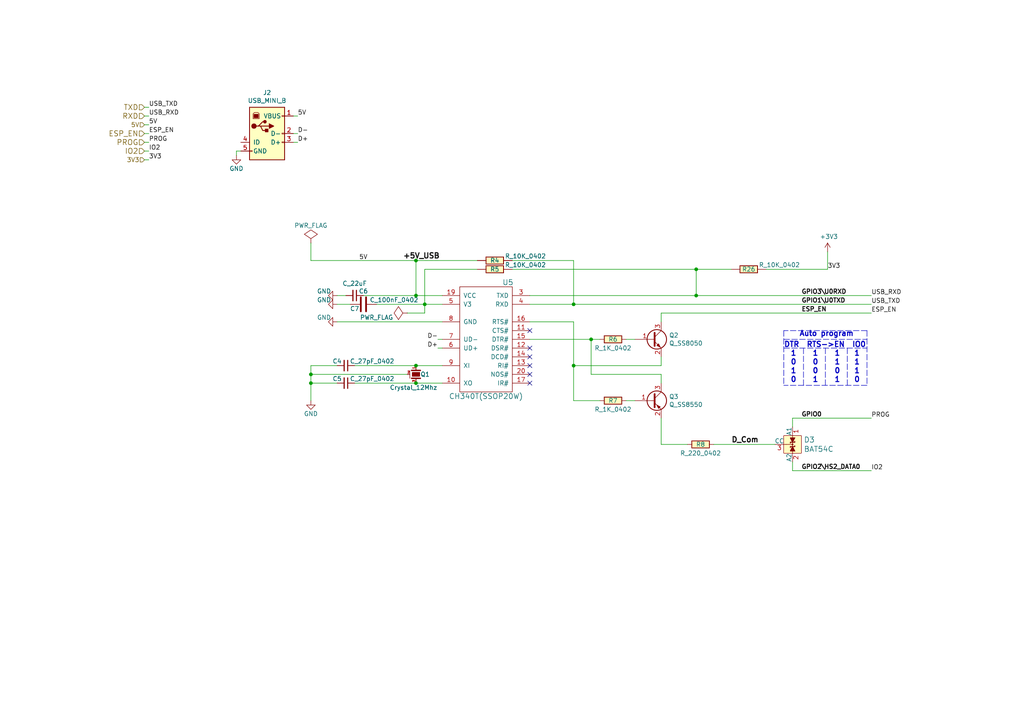
<source format=kicad_sch>
(kicad_sch (version 20211123) (generator eeschema)
  (paper "A4")
  (lib_symbols
    (symbol "C_27pF_0402_1" (pin_numbers hide) (pin_names (offset 0.254) hide)
      (property "Reference" "C" (at 0.254 1.778 0))
      (property "Value" "C_27pF_0402_1" (at 0.254 -2.032 0))
      (symbol "C_27pF_0402_1_0_1"
        (polyline (pts (xy -1.524 -0.508) (xy 1.524 -0.508)) (stroke (width 0.3302)))
        (polyline (pts (xy -1.524 0.508) (xy 1.524 0.508)) (stroke (width 0.3048)))
      )
      (symbol "C_27pF_0402_1_1_1"
        (pin passive line (at 0 2.54 270) (length 1.905) (name "~") (number "1"))
        (pin passive line (at 0 -2.54 90) (length 2.032) (name "~") (number "2"))
      )
    )
    (symbol "ESP32-PoE_Rev_E:+3.3V" (power) (pin_names (offset 0))
      (property "Value" "+3.3V" (at 0 3.556 0))
      (symbol "+3.3V_0_1"
        (polyline (pts (xy -0.762 1.27) (xy 0 2.54)))
        (polyline (pts (xy 0 0) (xy 0 2.54)))
        (polyline (pts (xy 0 2.54) (xy 0.762 1.27)))
      )
      (symbol "+3.3V_1_1"
        (pin power_in line (at 0 0 90) (length 0) hide (name "+3V3") (number "1"))
      )
    )
    (symbol "ESP32-PoE_Rev_E:PWR_FLAG" (power) (pin_numbers hide) (pin_names (offset 0) hide)
      (property "Value" "PWR_FLAG" (at 0 4.572 0))
      (symbol "PWR_FLAG_0_0"
        (pin power_out line (at 0 0 90) (length 0) (name "pwr") (number "1"))
      )
      (symbol "PWR_FLAG_0_1"
        (polyline (pts (xy 0 0) (xy 0 1.27) (xy -1.905 2.54) (xy 0 3.81) (xy 1.905 2.54) (xy 0 1.27)))
      )
    )
    (symbol "Open_Automation:BAT54C" (pin_names (offset 0))
      (property "Reference" "D" (at 0 6.35 0))
      (property "Value" "BAT54C" (at 0 3.81 0))
      (symbol "BAT54C_0_1"
        (polyline (pts (xy -2.54 0) (xy 2.54 0)))
        (polyline (pts (xy -0.889 0.635) (xy -0.635 0.635)) (stroke (width 0.254)))
        (polyline (pts (xy -0.635 -0.635) (xy -0.381 -0.635)) (stroke (width 0.254)))
        (polyline (pts (xy -0.635 0.635) (xy -0.635 -0.635)) (stroke (width 0.254)))
        (polyline (pts (xy 0 -1.905) (xy 0 -2.54)))
        (polyline (pts (xy 0 0) (xy 0 -1.905)))
        (polyline (pts (xy 0.381 0.635) (xy 0.635 0.635)) (stroke (width 0.254)))
        (polyline (pts (xy 0.635 -0.635) (xy 0.889 -0.635)) (stroke (width 0.254)))
        (polyline (pts (xy 0.635 0.635) (xy 0.635 -0.635)) (stroke (width 0.254)))
        (polyline (pts (xy -1.905 0.635) (xy -1.905 -0.635) (xy -0.635 0) (xy -1.905 0.635)) (stroke (width 0.254)) (fill (type outline)))
        (polyline (pts (xy 1.905 0.635) (xy 1.905 -0.635) (xy 0.635 0) (xy 1.905 0.635)) (stroke (width 0.254)) (fill (type outline)))
        (polyline (pts (xy -2.54 2.54) (xy 2.54 2.54) (xy 2.54 -2.54) (xy -2.54 -2.54) (xy -2.54 2.54)) (fill (type background)))
        (circle (center 0 0) (radius 0.127) (stroke (width 0.254)))
      )
      (symbol "BAT54C_1_1"
        (pin passive line (at -5.08 0 0) (length 2.54) (name "A1") (number "1"))
        (pin passive line (at 5.08 0 180) (length 2.54) (name "A2") (number "2"))
        (pin passive line (at 0 -5.08 90) (length 2.54) (name "CC") (number "3"))
      )
    )
    (symbol "Open_Automation:CH340T(SSOP20W)" (pin_names (offset 1.016))
      (property "Reference" "U" (at -5.08 -16.51 0))
      (property "Value" "Open_Automation_CH340T(SSOP20W)" (at 0 16.51 0))
      (symbol "CH340T(SSOP20W)_0_1"
        (rectangle (start -7.62 15.24) (end 7.62 -15.24))
      )
      (symbol "CH340T(SSOP20W)_1_1"
        (pin output line (at -12.7 -12.7 0) (length 5.08) (name "XO") (number "10"))
        (pin input line (at 12.7 2.54 180) (length 5.08) (name "CTS#") (number "11"))
        (pin input line (at 12.7 -2.54 180) (length 5.08) (name "DSR#") (number "12"))
        (pin input line (at 12.7 -7.62 180) (length 5.08) (name "RI#") (number "13"))
        (pin input line (at 12.7 -5.08 180) (length 5.08) (name "DCD#") (number "14"))
        (pin output line (at 12.7 0 180) (length 5.08) (name "DTR#") (number "15"))
        (pin output line (at 12.7 5.08 180) (length 5.08) (name "RTS#") (number "16"))
        (pin input line (at 12.7 -12.7 180) (length 5.08) (name "IR#") (number "17"))
        (pin power_in line (at -12.7 12.7 0) (length 5.08) (name "VCC") (number "19"))
        (pin input line (at 12.7 -10.16 180) (length 5.08) (name "NOS#") (number "20"))
        (pin output line (at 12.7 12.7 180) (length 5.08) (name "TXD") (number "3"))
        (pin input line (at 12.7 10.16 180) (length 5.08) (name "RXD") (number "4"))
        (pin power_in line (at -12.7 10.16 0) (length 5.08) (name "V3") (number "5"))
        (pin bidirectional line (at -12.7 -2.54 0) (length 5.08) (name "UD+") (number "6"))
        (pin bidirectional line (at -12.7 0 0) (length 5.08) (name "UD-") (number "7"))
        (pin power_in line (at -12.7 5.08 0) (length 5.08) (name "GND") (number "8"))
        (pin input line (at -12.7 -7.62 0) (length 5.08) (name "XI") (number "9"))
      )
    )
    (symbol "Open_Automation:C_100nF_0402" (pin_numbers hide) (pin_names (offset 0.254))
      (property "Reference" "C" (at 0.635 2.54 0))
      (property "Value" "Open_Automation_C_100nF_0402" (at -5.715 -2.54 0))
      (symbol "C_100nF_0402_0_1"
        (polyline (pts (xy -2.032 -0.762) (xy 2.032 -0.762)) (stroke (width 0.508)))
        (polyline (pts (xy -2.032 0.762) (xy 2.032 0.762)) (stroke (width 0.508)))
      )
      (symbol "C_100nF_0402_1_1"
        (pin passive line (at 0 3.81 270) (length 2.794) (name "~") (number "1"))
        (pin passive line (at 0 -3.81 90) (length 2.794) (name "~") (number "2"))
      )
    )
    (symbol "Open_Automation:C_22uF" (pin_numbers hide) (pin_names (offset 0.254) hide)
      (property "Reference" "C" (at 0.254 1.778 0))
      (property "Value" "Open_Automation_C_22uF" (at 0.254 -2.032 0))
      (symbol "C_22uF_0_1"
        (polyline (pts (xy -1.524 -0.508) (xy 1.524 -0.508)) (stroke (width 0.3302)))
        (polyline (pts (xy -1.524 0.508) (xy 1.524 0.508)) (stroke (width 0.3048)))
      )
      (symbol "C_22uF_1_1"
        (pin passive line (at 0 2.54 270) (length 1.905) (name "~") (number "1"))
        (pin passive line (at 0 -2.54 90) (length 2.032) (name "~") (number "2"))
      )
    )
    (symbol "Open_Automation:C_27pF_0402" (pin_numbers hide) (pin_names (offset 0.254) hide)
      (property "Reference" "C" (at 0.254 1.778 0))
      (property "Value" "Open_Automation_C_27pF_0402" (at 0.254 -2.032 0))
      (symbol "C_27pF_0402_0_1"
        (polyline (pts (xy -1.524 -0.508) (xy 1.524 -0.508)) (stroke (width 0.3302)))
        (polyline (pts (xy -1.524 0.508) (xy 1.524 0.508)) (stroke (width 0.3048)))
      )
      (symbol "C_27pF_0402_1_1"
        (pin passive line (at 0 2.54 270) (length 1.905) (name "~") (number "1"))
        (pin passive line (at 0 -2.54 90) (length 2.032) (name "~") (number "2"))
      )
    )
    (symbol "Open_Automation:Crystal_12Mhz" (pin_names (offset 1.016) hide)
      (property "Reference" "Q" (at 0 2.286 0))
      (property "Value" "Open_Automation_Crystal_12Mhz" (at 7.62 -3.81 0))
      (symbol "Crystal_12Mhz_0_1"
        (polyline (pts (xy -1.143 -1.778) (xy 1.143 -1.778)))
        (polyline (pts (xy -1.143 1.27) (xy -1.143 -1.27)) (stroke (width 0.4064)))
        (polyline (pts (xy 1.143 1.27) (xy 1.143 -1.27)) (stroke (width 0.4064)))
        (polyline (pts (xy -0.508 1.016) (xy 0.508 1.016) (xy 0.508 -1.016) (xy -0.508 -1.016) (xy -0.508 1.016)) (stroke (width 0.3048)) (fill (type outline)))
      )
      (symbol "Crystal_12Mhz_1_1"
        (pin passive line (at -2.54 0 0) (length 1.27) (name "1") (number "1"))
        (pin passive line (at 0 -2.54 90) (length 0.762) (name "case") (number "2"))
        (pin passive line (at 2.54 0 180) (length 1.27) (name "3") (number "3"))
        (pin passive line (at 0 -2.54 90) (length 0.762) hide (name "case") (number "4"))
      )
    )
    (symbol "Open_Automation:Q_SS8050" (pin_names (offset 0) hide)
      (property "Reference" "Q" (at 7.62 1.27 0))
      (property "Value" "Open_Automation_Q_SS8050" (at 15.24 -1.27 0))
      (symbol "Q_SS8050_0_1"
        (polyline (pts (xy 0.635 0.635) (xy 2.54 2.54)))
        (polyline (pts (xy 0.635 -0.635) (xy 2.54 -2.54) (xy 2.54 -2.54)))
        (polyline (pts (xy 0.635 1.905) (xy 0.635 -1.905) (xy 0.635 -1.905)) (stroke (width 0.508)))
        (polyline (pts (xy 1.27 -1.778) (xy 1.778 -1.27) (xy 2.286 -2.286) (xy 1.27 -1.778) (xy 1.27 -1.778)) (fill (type outline)))
        (circle (center 1.27 0) (radius 2.8194) (stroke (width 0.254)))
      )
      (symbol "Q_SS8050_1_1"
        (pin passive line (at -5.08 0 0) (length 5.715) (name "B") (number "1"))
        (pin passive line (at 2.54 -5.08 90) (length 2.54) (name "E") (number "2"))
        (pin passive line (at 2.54 5.08 270) (length 2.54) (name "C") (number "3"))
      )
    )
    (symbol "Open_Automation:Q_SS8550" (pin_names (offset 0) hide)
      (property "Reference" "Q" (at 5.08 1.905 0))
      (property "Value" "Open_Automation_Q_SS8550" (at 5.08 0 0))
      (symbol "Q_SS8550_0_1"
        (polyline (pts (xy 0 0) (xy 0.635 0)))
        (polyline (pts (xy 0.635 0.635) (xy 2.54 2.54)))
        (polyline (pts (xy 2.54 -2.54) (xy 0.635 -0.635)))
        (polyline (pts (xy 0.635 1.905) (xy 0.635 0) (xy 0.635 -1.905) (xy 0.635 -1.905)) (stroke (width 0.508)))
        (polyline (pts (xy 1.27 -1.27) (xy 1.778 -2.286) (xy 2.286 -1.778) (xy 1.27 -1.27) (xy 1.27 -1.27)) (fill (type outline)))
        (circle (center 1.27 0) (radius 2.8194) (stroke (width 0.254)))
      )
      (symbol "Q_SS8550_1_1"
        (pin input line (at -5.08 0 0) (length 5.08) (name "B") (number "1"))
        (pin passive line (at 2.54 -5.08 90) (length 2.54) (name "E") (number "2"))
        (pin passive line (at 2.54 5.08 270) (length 2.54) (name "C") (number "3"))
      )
    )
    (symbol "Open_Automation:R_10K_0402" (pin_numbers hide) (pin_names (offset 0))
      (property "Reference" "R" (at 0 0 90))
      (property "Value" "Open_Automation_R_10K_0402" (at -1.905 0 90))
      (symbol "R_10K_0402_0_1"
        (rectangle (start -1.016 -2.54) (end 1.016 2.54) (stroke (width 0.254)) (fill (type background)))
      )
      (symbol "R_10K_0402_1_1"
        (pin passive line (at 0 -5.08 90) (length 2.54) (name "~") (number "1"))
        (pin passive line (at 0 5.08 270) (length 2.54) (name "~") (number "2"))
      )
    )
    (symbol "Open_Automation:R_1K_0402" (pin_numbers hide) (pin_names (offset 0))
      (property "Reference" "R" (at 0 0 90))
      (property "Value" "Open_Automation_R_1K_0402" (at -1.905 0 90))
      (symbol "R_1K_0402_0_1"
        (rectangle (start -1.016 -2.54) (end 1.016 2.54) (stroke (width 0.254)) (fill (type background)))
      )
      (symbol "R_1K_0402_1_1"
        (pin passive line (at 0 3.81 270) (length 1.27) (name "~") (number "1"))
        (pin passive line (at 0 -3.81 90) (length 1.27) (name "~") (number "2"))
      )
    )
    (symbol "Open_Automation:R_220_0402" (pin_numbers hide) (pin_names (offset 0))
      (property "Reference" "R" (at 0 0 90))
      (property "Value" "R_220_0402" (at -1.905 0 90))
      (symbol "R_220_0402_0_1"
        (rectangle (start -1.016 -2.54) (end 1.016 2.54) (stroke (width 0.254)) (fill (type background)))
      )
      (symbol "R_220_0402_1_1"
        (pin passive line (at 0 3.81 270) (length 1.27) (name "~") (number "1"))
        (pin passive line (at 0 -3.81 90) (length 1.27) (name "~") (number "2"))
      )
    )
    (symbol "Open_Automation:USB_MINI_B" (pin_names (offset 1.016))
      (property "Reference" "J" (at 2.54 8.89 0))
      (property "Value" "USB_MINI_B" (at -5.08 -8.89 0))
      (symbol "USB_MINI_B_0_1"
        (rectangle (start -5.08 -7.62) (end 5.08 7.62) (stroke (width 0.254)) (fill (type background)))
        (rectangle (start -5.08 -4.953) (end -4.318 -5.207))
        (circle (center -3.81 2.159) (radius 0.635) (stroke (width 0.254)) (fill (type outline)))
        (rectangle (start -3.81 5.588) (end -2.54 4.572) (fill (type outline)))
        (circle (center -0.635 3.429) (radius 0.381) (stroke (width 0.254)) (fill (type outline)))
        (polyline (pts (xy -1.905 2.159) (xy 0.635 2.159)) (stroke (width 0.254)))
        (polyline (pts (xy -3.175 2.159) (xy -2.54 2.159) (xy -1.27 3.429) (xy -0.635 3.429)) (stroke (width 0.254)))
        (polyline (pts (xy -2.54 2.159) (xy -1.905 2.159) (xy -1.27 0.889) (xy 0 0.889)) (stroke (width 0.254)))
        (polyline (pts (xy 0.635 2.794) (xy 0.635 1.524) (xy 1.905 2.159) (xy 0.635 2.794)) (stroke (width 0.254)) (fill (type outline)))
        (polyline (pts (xy -4.064 4.318) (xy -2.286 4.318) (xy -2.286 5.715) (xy -2.667 6.096) (xy -3.683 6.096) (xy -4.064 5.715) (xy -4.064 4.318)))
        (rectangle (start 0.254 1.27) (end -0.508 0.508) (stroke (width 0.254)) (fill (type outline)))
        (rectangle (start 5.08 -2.667) (end 4.318 -2.413))
        (rectangle (start 5.08 -0.127) (end 4.318 0.127))
        (rectangle (start 5.08 4.953) (end 4.318 5.207))
      )
      (symbol "USB_MINI_B_1_1"
        (pin power_out line (at 7.62 5.08 180) (length 2.54) (name "VBUS") (number "1"))
        (pin passive line (at 7.62 0 180) (length 2.54) (name "D-") (number "2"))
        (pin passive line (at 7.62 -2.54 180) (length 2.54) (name "D+") (number "3"))
        (pin passive line (at -7.62 -2.54 0) (length 2.54) (name "ID") (number "4"))
        (pin power_out line (at -7.62 -5.08 0) (length 2.54) (name "GND") (number "5"))
      )
    )
    (symbol "R_10K_0402_1" (pin_numbers hide) (pin_names (offset 0))
      (property "Reference" "R" (at 0 0 90))
      (property "Value" "R_10K_0402_1" (at -1.905 0 90))
      (symbol "R_10K_0402_1_0_1"
        (rectangle (start -1.016 -2.54) (end 1.016 2.54) (stroke (width 0.254)) (fill (type background)))
      )
      (symbol "R_10K_0402_1_1_1"
        (pin passive line (at 0 -5.08 90) (length 2.54) (name "~") (number "1"))
        (pin passive line (at 0 5.08 270) (length 2.54) (name "~") (number "2"))
      )
    )
    (symbol "R_10K_0402_2" (pin_numbers hide) (pin_names (offset 0))
      (property "Reference" "R" (at 0 0 90))
      (property "Value" "R_10K_0402_2" (at -1.905 0 90))
      (symbol "R_10K_0402_2_0_1"
        (rectangle (start -1.016 -2.54) (end 1.016 2.54) (stroke (width 0.254)) (fill (type background)))
      )
      (symbol "R_10K_0402_2_1_1"
        (pin passive line (at 0 -5.08 90) (length 2.54) (name "~") (number "1"))
        (pin passive line (at 0 5.08 270) (length 2.54) (name "~") (number "2"))
      )
    )
    (symbol "R_1K_0402_1" (pin_numbers hide) (pin_names (offset 0))
      (property "Reference" "R" (at 0 0 90))
      (property "Value" "R_1K_0402_1" (at -1.905 0 90))
      (symbol "R_1K_0402_1_0_1"
        (rectangle (start -1.016 -2.54) (end 1.016 2.54) (stroke (width 0.254)) (fill (type background)))
      )
      (symbol "R_1K_0402_1_1_1"
        (pin passive line (at 0 3.81 270) (length 1.27) (name "~") (number "1"))
        (pin passive line (at 0 -3.81 90) (length 1.27) (name "~") (number "2"))
      )
    )
    (symbol "power:GND" (power) (pin_names (offset 0))
      (property "Value" "power_GND" (at 0 -3.81 0))
      (symbol "GND_0_1"
        (polyline (pts (xy 0 0) (xy 0 -1.27) (xy 1.27 -1.27) (xy 0 -2.54) (xy -1.27 -1.27) (xy 0 -1.27)))
      )
      (symbol "GND_1_1"
        (pin power_in line (at 0 0 270) (length 0) hide (name "GND") (number "1"))
      )
    )
  )
  (junction (at 90.17 108.585))
  (junction (at 201.93 78.105))
  (junction (at 120.65 75.565))
  (junction (at 120.65 111.125))
  (junction (at 120.65 106.045))
  (junction (at 166.37 106.045))
  (junction (at 166.37 88.265))
  (junction (at 120.65 85.725))
  (junction (at 201.93 85.725))
  (junction (at 171.45 98.425))
  (junction (at 123.19 88.265))
  (junction (at 90.17 111.125))
  (no_connect (at 153.67 103.505))
  (no_connect (at 153.67 95.885))
  (no_connect (at 153.67 111.125))
  (no_connect (at 153.67 106.045))
  (no_connect (at 153.67 108.585))
  (no_connect (at 153.67 100.965))
  (wire (pts (xy 90.17 108.585) (xy 90.17 111.125)))
  (wire (pts (xy 222.25 78.105) (xy 240.03 78.105)))
  (wire (pts (xy 86.36 41.275) (xy 85.09 41.275)))
  (wire (pts (xy 41.91 46.355) (xy 43.18 46.355)))
  (wire (pts (xy 118.11 108.585) (xy 90.17 108.585)))
  (polyline (pts (xy 227.33 100.965) (xy 251.46 100.965)))
  (wire (pts (xy 229.87 136.525) (xy 252.73 136.525)))
  (wire (pts (xy 43.18 43.815) (xy 41.91 43.815)))
  (wire (pts (xy 212.09 78.105) (xy 201.93 78.105)))
  (wire (pts (xy 97.79 88.265) (xy 101.6 88.265)))
  (wire (pts (xy 97.79 93.345) (xy 128.27 93.345)))
  (polyline (pts (xy 233.045 100.965) (xy 233.045 111.76)))
  (wire (pts (xy 123.19 88.265) (xy 128.27 88.265)))
  (wire (pts (xy 120.65 106.045) (xy 128.27 106.045)))
  (wire (pts (xy 153.67 88.265) (xy 166.37 88.265)))
  (wire (pts (xy 181.61 98.425) (xy 184.15 98.425)))
  (polyline (pts (xy 245.745 100.965) (xy 245.745 111.76)))
  (polyline (pts (xy 251.46 95.885) (xy 227.33 95.885)))
  (wire (pts (xy 191.77 106.045) (xy 166.37 106.045)))
  (wire (pts (xy 90.17 70.485) (xy 90.17 75.565)))
  (polyline (pts (xy 227.33 95.885) (xy 227.33 111.76)))
  (wire (pts (xy 118.11 90.805) (xy 123.19 90.805)))
  (wire (pts (xy 120.65 85.725) (xy 128.27 85.725)))
  (wire (pts (xy 90.17 75.565) (xy 120.65 75.565)))
  (polyline (pts (xy 251.46 111.76) (xy 227.33 111.76)))
  (wire (pts (xy 102.87 111.125) (xy 120.65 111.125)))
  (polyline (pts (xy 239.395 100.965) (xy 239.395 111.76)))
  (wire (pts (xy 123.19 90.805) (xy 123.19 88.265)))
  (wire (pts (xy 166.37 93.345) (xy 166.37 106.045)))
  (wire (pts (xy 43.18 31.115) (xy 41.91 31.115)))
  (wire (pts (xy 199.39 128.905) (xy 191.77 128.905)))
  (wire (pts (xy 148.59 75.565) (xy 166.37 75.565)))
  (wire (pts (xy 90.17 106.045) (xy 90.17 108.585)))
  (wire (pts (xy 191.77 103.505) (xy 191.77 106.045)))
  (wire (pts (xy 166.37 75.565) (xy 166.37 88.265)))
  (wire (pts (xy 229.87 133.985) (xy 229.87 136.525)))
  (wire (pts (xy 68.58 43.815) (xy 69.85 43.815)))
  (wire (pts (xy 166.37 106.045) (xy 166.37 116.205)))
  (wire (pts (xy 127 98.425) (xy 128.27 98.425)))
  (wire (pts (xy 181.61 116.205) (xy 184.15 116.205)))
  (wire (pts (xy 229.87 121.285) (xy 229.87 123.825)))
  (wire (pts (xy 120.65 111.125) (xy 128.27 111.125)))
  (wire (pts (xy 97.79 111.125) (xy 90.17 111.125)))
  (wire (pts (xy 201.93 85.725) (xy 252.73 85.725)))
  (wire (pts (xy 120.65 75.565) (xy 120.65 85.725)))
  (wire (pts (xy 191.77 111.125) (xy 191.77 108.585)))
  (wire (pts (xy 191.77 93.345) (xy 191.77 90.805)))
  (wire (pts (xy 68.58 45.085) (xy 68.58 43.815)))
  (wire (pts (xy 240.03 73.025) (xy 240.03 78.105)))
  (wire (pts (xy 166.37 116.205) (xy 173.99 116.205)))
  (wire (pts (xy 109.22 88.265) (xy 123.19 88.265)))
  (wire (pts (xy 229.87 121.285) (xy 252.73 121.285)))
  (wire (pts (xy 153.67 85.725) (xy 201.93 85.725)))
  (wire (pts (xy 97.79 106.045) (xy 90.17 106.045)))
  (wire (pts (xy 86.36 33.655) (xy 85.09 33.655)))
  (wire (pts (xy 153.67 93.345) (xy 166.37 93.345)))
  (wire (pts (xy 138.43 75.565) (xy 120.65 75.565)))
  (wire (pts (xy 127 100.965) (xy 128.27 100.965)))
  (wire (pts (xy 171.45 98.425) (xy 173.99 98.425)))
  (wire (pts (xy 201.93 78.105) (xy 201.93 85.725)))
  (wire (pts (xy 100.33 85.725) (xy 97.79 85.725)))
  (wire (pts (xy 41.91 33.655) (xy 43.18 33.655)))
  (wire (pts (xy 43.18 38.735) (xy 41.91 38.735)))
  (polyline (pts (xy 227.33 98.425) (xy 251.46 98.425)))
  (wire (pts (xy 191.77 108.585) (xy 171.45 108.585)))
  (wire (pts (xy 153.67 98.425) (xy 171.45 98.425)))
  (wire (pts (xy 148.59 78.105) (xy 201.93 78.105)))
  (wire (pts (xy 138.43 78.105) (xy 123.19 78.105)))
  (wire (pts (xy 191.77 121.285) (xy 191.77 128.905)))
  (wire (pts (xy 123.19 78.105) (xy 123.19 88.265)))
  (wire (pts (xy 166.37 88.265) (xy 252.73 88.265)))
  (wire (pts (xy 171.45 108.585) (xy 171.45 98.425)))
  (wire (pts (xy 105.41 85.725) (xy 120.65 85.725)))
  (wire (pts (xy 90.17 111.125) (xy 90.17 116.205)))
  (wire (pts (xy 41.91 36.195) (xy 43.18 36.195)))
  (wire (pts (xy 102.87 106.045) (xy 120.65 106.045)))
  (wire (pts (xy 207.01 128.905) (xy 224.79 128.905)))
  (wire (pts (xy 43.18 41.275) (xy 41.91 41.275)))
  (wire (pts (xy 191.77 90.805) (xy 252.73 90.805)))
  (wire (pts (xy 86.36 38.735) (xy 85.09 38.735)))
  (polyline (pts (xy 251.46 95.885) (xy 251.46 111.76)))
  (text "1" (at 241.935 103.505 0) (effects (font (size 1.524 1.524) (thickness 0.3048) bold) (justify left bottom)))
  (text "1" (at 247.65 103.505 0) (effects (font (size 1.524 1.524) (thickness 0.3048) bold) (justify left bottom)))
  (text "1" (at 235.585 103.505 0) (effects (font (size 1.524 1.524) (thickness 0.3048) bold) (justify left bottom)))
  (text "0" (at 235.585 106.045 0) (effects (font (size 1.524 1.524) (thickness 0.3048) bold) (justify left bottom)))
  (text "1" (at 241.935 106.045 0) (effects (font (size 1.524 1.524) (thickness 0.3048) bold) (justify left bottom)))
  (text "0" (at 229.235 111.125 0) (effects (font (size 1.524 1.524) (thickness 0.3048) bold) (justify left bottom)))
  (text "1" (at 235.585 111.125 0) (effects (font (size 1.524 1.524) (thickness 0.3048) bold) (justify left bottom)))
  (text "Auto program\n" (at 231.775 97.79 0) (effects (font (size 1.524 1.524) (thickness 0.3048) bold) (justify left bottom)))
  (text "0" (at 235.585 108.585 0) (effects (font (size 1.524 1.524) (thickness 0.3048) bold) (justify left bottom)))
  (text "0" (at 241.935 108.585 0) (effects (font (size 1.524 1.524) (thickness 0.3048) bold) (justify left bottom)))
  (text "1" (at 229.235 108.585 0) (effects (font (size 1.524 1.524) (thickness 0.3048) bold) (justify left bottom)))
  (text "1" (at 247.65 106.045 0) (effects (font (size 1.524 1.524) (thickness 0.3048) bold) (justify left bottom)))
  (text "0" (at 229.235 106.045 0) (effects (font (size 1.524 1.524) (thickness 0.3048) bold) (justify left bottom)))
  (text "0" (at 247.65 111.125 0) (effects (font (size 1.524 1.524) (thickness 0.3048) bold) (justify left bottom)))
  (text "DTR  RTS->EN  IO0" (at 227.33 100.965 0) (effects (font (size 1.524 1.524) (thickness 0.3048) bold) (justify left bottom)))
  (text "1" (at 247.65 108.585 0) (effects (font (size 1.524 1.524) (thickness 0.3048) bold) (justify left bottom)))
  (text "1" (at 241.935 111.125 0) (effects (font (size 1.524 1.524) (thickness 0.3048) bold) (justify left bottom)))
  (text "1" (at 229.235 103.505 0) (effects (font (size 1.524 1.524) (thickness 0.3048) bold) (justify left bottom)))
  (label "PROG" (at 252.73 121.285 0))
  (label "3V3" (at 240.03 78.105 0))
  (label "ESP_EN" (at 252.73 90.805 0))
  (label "USB_TXD" (at 43.18 31.115 0))
  (label "5V" (at 86.36 33.655 0))
  (label "D-" (at 86.36 38.735 0))
  (label "IO2" (at 43.18 43.815 0))
  (label "5V" (at 104.14 75.565 0))
  (label "+5V_USB" (at 116.84 75.565 0) (effects (font (size 1.524 1.524) (thickness 0.3048) bold)))
  (label "GPIO0" (at 232.41 121.285 0) (effects (font (thickness 0.254) bold)))
  (label "PROG" (at 43.18 41.275 0))
  (label "5V" (at 43.18 36.195 0))
  (label "USB_RXD" (at 252.73 85.725 0))
  (label "ESP_EN" (at 232.41 90.805 0) (effects (font (thickness 0.254) bold)))
  (label "GPIO2\\HS2_DATA0" (at 232.41 136.525 0) (effects (font (thickness 0.254) bold)))
  (label "USB_TXD" (at 252.73 88.265 0))
  (label "3V3" (at 43.18 46.355 0))
  (label "ESP_EN" (at 43.18 38.735 0))
  (label "GPIO1\\U0TXD" (at 232.41 88.265 0) (effects (font (thickness 0.254) bold)))
  (label "D+" (at 86.36 41.275 0))
  (label "IO2" (at 252.73 136.525 0))
  (label "D_Com" (at 212.09 128.905 0) (effects (font (size 1.524 1.524) (thickness 0.3048) bold)))
  (label "USB_RXD" (at 43.18 33.655 0))
  (label "D-" (at 127 98.425 180))
  (label "GPIO3\\U0RXD" (at 232.41 85.725 0) (effects (font (thickness 0.254) bold)))
  (label "D+" (at 127 100.965 180))
  (hierarchical_label "3V3" (shape input) (at 41.91 46.355 180))
  (hierarchical_label "ESP_EN" (shape input) (at 41.91 38.735 180) (effects (font (size 1.524 1.524))))
  (hierarchical_label "RXD" (shape input) (at 41.91 33.655 180) (effects (font (size 1.524 1.524))))
  (hierarchical_label "5V" (shape input) (at 41.91 36.195 180))
  (hierarchical_label "PROG" (shape input) (at 41.91 41.275 180) (effects (font (size 1.524 1.524))))
  (hierarchical_label "IO2" (shape input) (at 41.91 43.815 180) (effects (font (size 1.524 1.524))))
  (hierarchical_label "TXD" (shape input) (at 41.91 31.115 180) (effects (font (size 1.524 1.524))))
  (symbol (lib_name "R_10K_0402_1") (lib_id "Open_Automation:R_10K_0402") (at 143.51 75.565 270) (unit 1)
    (property "Reference" "R4" (at 143.51 75.565 90))
    (property "Value" "R_10K_0402" (at 152.4 74.295 90))
    (property "Footprint" "Resistor_SMD:R_0402_1005Metric_Pad0.72x0.64mm_HandSolder" (effects hide))
    (property "Datasheet" "https://datasheet.lcsc.com/szlcsc/Uniroyal-Elec-0402WGF1002TCE_C25744.pdf" (effects hide))
    (property "Part Number" "0402WGF1002TCE" (effects hide))
    (property "LCSC" "C25744" (effects hide))
  )
  (symbol (lib_id "power:GND") (at 97.79 93.345 270) (unit 1)
    (property "Reference" "#PWR0112" (effects hide))
    (property "Value" "GND" (at 93.98 92.075 90))
  )
  (symbol (lib_name "R_1K_0402_1") (lib_id "Open_Automation:R_1K_0402") (at 177.8 98.425 270) (unit 1)
    (property "Reference" "R6" (at 177.8 98.425 90))
    (property "Value" "R_1K_0402" (at 177.8 100.965 90))
    (property "Footprint" "Resistor_SMD:R_0402_1005Metric_Pad0.72x0.64mm_HandSolder" (effects hide))
    (property "Datasheet" "https://www.digikey.com/product-detail/en/panasonic-electronic-components/ERJ-3GEYJ102V/P1.0KGDKR-ND/577615" (effects hide))
    (property "Part Number" "0402WGF1001TCE" (effects hide))
    (property "LCSC" "C11702" (effects hide))
  )
  (symbol (lib_id "power:GND") (at 90.17 116.205 0) (unit 1)
    (property "Reference" "#PWR0110" (effects hide))
    (property "Value" "GND" (at 90.17 120.015 0))
  )
  (symbol (lib_id "Open_Automation:C_100nF_0402") (at 105.41 88.265 270) (unit 1)
    (property "Reference" "C7" (at 102.87 89.535 90))
    (property "Value" "C_100nF_0402" (at 114.3 86.995 90))
    (property "Footprint" "Capacitor_SMD:C_0402_1005Metric_Pad0.74x0.62mm_HandSolder" (effects hide))
    (property "Datasheet" "https://datasheet.lcsc.com/szlcsc/Samsung-Electro-Mechanics-CL05B104KO5NNNC_C1525.pdf" (effects hide))
    (property "LCSC" "C1525" (effects hide))
    (property "Part Number" "CL05B104KO5NNNC" (effects hide))
  )
  (symbol (lib_id "Open_Automation:R_10K_0402") (at 217.17 78.105 270) (unit 1)
    (property "Reference" "R26" (at 217.17 78.105 90))
    (property "Value" "R_10K_0402" (at 226.06 76.835 90))
    (property "Footprint" "Resistor_SMD:R_0402_1005Metric_Pad0.72x0.64mm_HandSolder" (effects hide))
    (property "Datasheet" "https://datasheet.lcsc.com/szlcsc/Uniroyal-Elec-0402WGF1002TCE_C25744.pdf" (effects hide))
    (property "Part Number" "0402WGF1002TCE" (effects hide))
    (property "LCSC" "C25744" (effects hide))
  )
  (symbol (lib_id "Open_Automation:BAT54C") (at 229.87 128.905 270) (unit 1)
    (property "Reference" "D3" (at 233.1212 127.5588 90) (effects (font (size 1.524 1.524)) (justify left)))
    (property "Value" "BAT54C" (at 233.1212 130.2512 90) (effects (font (size 1.524 1.524)) (justify left)))
    (property "Footprint" "Package_TO_SOT_SMD:SOT-23" (effects hide))
    (property "Datasheet" "https://datasheet.lcsc.com/szlcsc/Leshan-Radio-LBAT54CLT1G_C49991.pdf" (effects hide))
    (property "Part Number" "LBAT54CLT1G" (effects hide))
    (property "LCSC" "C49991" (effects hide))
  )
  (symbol (lib_id "Open_Automation:C_22uF") (at 102.87 85.725 270) (unit 1)
    (property "Reference" "C6" (at 105.41 84.455 90))
    (property "Value" "C_22uF" (at 102.87 82.2198 90))
    (property "Footprint" "Capacitor_SMD:C_0603_1608Metric_Pad1.08x0.95mm_HandSolder" (effects hide))
    (property "Datasheet" "https://datasheet.lcsc.com/szlcsc/Samsung-Electro-Mechanics-CL10A226MQ8NRNC_C59461.pdf" (effects hide))
    (property "Part Number" "CL10A226MQ8NRNC" (effects hide))
    (property "LCSC" "C59461" (effects hide))
  )
  (symbol (lib_id "Open_Automation:USB_MINI_B") (at 77.47 38.735 0) (unit 1)
    (property "Reference" "J2" (at 77.47 26.8732 0))
    (property "Value" "USB_MINI_B" (at 77.47 29.1846 0))
    (property "Footprint" "Open_Automation:USB-mini-B-0548190519" (effects hide))
    (property "Datasheet" "https://www.molex.com/pdm_docs/sd/548190519_sd.pdf" (effects hide))
    (property "Website" "https://www.digikey.com/product-detail/en/molex/0548190519/WM17115-ND/773802" (effects hide))
    (property "Part Number" "0548190519" (effects hide))
  )
  (symbol (lib_id "ESP32-PoE_Rev_E:+3.3V") (at 240.03 73.025 0) (unit 1)
    (property "Reference" "#PWR0115" (effects hide))
    (property "Value" "+3.3V" (at 240.411 68.6308 0))
  )
  (symbol (lib_id "Open_Automation:CH340T(SSOP20W)") (at 140.97 98.425 0) (unit 1)
    (property "Reference" "U5" (at 147.32 81.915 0) (effects (font (size 1.524 1.524))))
    (property "Value" "CH340T(SSOP20W)" (at 140.97 114.935 0) (effects (font (size 1.524 1.524))))
    (property "Footprint" "Open_Automation:SSOP-20W" (effects hide))
    (property "Part Number" "CH340T" (effects hide))
    (property "LCSC" "C8689" (effects hide))
  )
  (symbol (lib_id "Open_Automation:Q_SS8050") (at 189.23 98.425 0) (unit 1)
    (property "Reference" "Q2" (at 194.056 97.2566 0) (effects (justify left)))
    (property "Value" "Q_SS8050" (at 194.056 99.568 0) (effects (justify left)))
    (property "Footprint" "Package_TO_SOT_SMD:SOT-23" (effects hide))
    (property "Datasheet" "https://datasheet.lcsc.com/szlcsc/Changjiang-Electronics-Tech-CJ-SS8050_C2150.pdf" (effects hide))
    (property "Part Number" "SS8050" (effects hide))
    (property "LCSC" "C2150" (effects hide))
  )
  (symbol (lib_id "Open_Automation:Q_SS8550") (at 189.23 116.205 0) (unit 1)
    (property "Reference" "Q3" (at 194.056 115.0366 0) (effects (justify left)))
    (property "Value" "Q_SS8550" (at 194.056 117.348 0) (effects (justify left)))
    (property "Footprint" "Package_TO_SOT_SMD:SOT-23" (effects hide))
    (property "Datasheet" "https://datasheet.lcsc.com/szlcsc/Changjiang-Electronics-Tech-CJ-SS8550_C8542.pdf" (effects hide))
    (property "Part Number" "SS8550" (effects hide))
    (property "LCSC" "C8542" (effects hide))
  )
  (symbol (lib_id "power:GND") (at 68.58 45.085 0) (unit 1)
    (property "Reference" "#PWR0114" (effects hide))
    (property "Value" "GND" (at 68.58 48.895 0))
  )
  (symbol (lib_id "ESP32-PoE_Rev_E:PWR_FLAG") (at 90.17 70.485 0) (unit 1)
    (property "Reference" "#FLG0102" (effects hide))
    (property "Value" "PWR_FLAG" (at 90.17 65.405 0))
  )
  (symbol (lib_id "power:GND") (at 97.79 85.725 270) (unit 1)
    (property "Reference" "#PWR0111" (effects hide))
    (property "Value" "GND" (at 93.98 84.455 90))
  )
  (symbol (lib_name "R_10K_0402_2") (lib_id "Open_Automation:R_10K_0402") (at 143.51 78.105 270) (unit 1)
    (property "Reference" "R5" (at 143.51 78.105 90))
    (property "Value" "R_10K_0402" (at 152.4 76.835 90))
    (property "Footprint" "Resistor_SMD:R_0402_1005Metric_Pad0.72x0.64mm_HandSolder" (effects hide))
    (property "Datasheet" "https://datasheet.lcsc.com/szlcsc/Uniroyal-Elec-0402WGF1002TCE_C25744.pdf" (effects hide))
    (property "Part Number" "0402WGF1002TCE" (effects hide))
    (property "LCSC" "C25744" (effects hide))
  )
  (symbol (lib_id "Open_Automation:C_27pF_0402") (at 100.33 111.125 270) (unit 1)
    (property "Reference" "C5" (at 97.79 109.855 90))
    (property "Value" "C_27pF_0402" (at 107.95 109.855 90))
    (property "Footprint" "Capacitor_SMD:C_0402_1005Metric_Pad0.74x0.62mm_HandSolder" (effects hide))
    (property "Datasheet" "https://datasheet.lcsc.com/szlcsc/Guangdong-Fenghua-Advanced-Tech-0402CG270J500NTN_C1557.pdf" (effects hide))
    (property "Part Number" "0402CG270J500NTN" (effects hide))
    (property "LCSC" "C1557" (effects hide))
  )
  (symbol (lib_id "ESP32-PoE_Rev_E:PWR_FLAG") (at 118.11 90.805 90) (unit 1)
    (property "Reference" "#FLG0101" (effects hide))
    (property "Value" "PWR_FLAG" (at 109.22 92.075 90))
  )
  (symbol (lib_name "C_27pF_0402_1") (lib_id "Open_Automation:C_27pF_0402") (at 100.33 106.045 270) (unit 1)
    (property "Reference" "C4" (at 97.79 104.775 90))
    (property "Value" "C_27pF_0402" (at 107.95 104.775 90))
    (property "Footprint" "Capacitor_SMD:C_0402_1005Metric_Pad0.74x0.62mm_HandSolder" (effects hide))
    (property "Datasheet" "https://datasheet.lcsc.com/szlcsc/Guangdong-Fenghua-Advanced-Tech-0402CG270J500NTN_C1557.pdf" (effects hide))
    (property "Part Number" "0402CG270J500NTN" (effects hide))
    (property "LCSC" "C1557" (effects hide))
  )
  (symbol (lib_id "Open_Automation:R_220_0402") (at 203.2 128.905 270) (unit 1)
    (property "Reference" "R8" (at 203.2 128.905 90))
    (property "Value" "R_220_0402" (at 203.2 131.445 90))
    (property "Footprint" "Resistor_SMD:R_0402_1005Metric_Pad0.72x0.64mm_HandSolder" (effects hide))
    (property "Datasheet" "https://datasheet.lcsc.com/szlcsc/Uniroyal-Elec-0402WGF2200TCE_C25091.pdf" (effects hide))
    (property "Part Number" "0402WGF2200TCE" (effects hide))
    (property "LCSC" "C25091" (effects hide))
  )
  (symbol (lib_id "Open_Automation:R_1K_0402") (at 177.8 116.205 270) (unit 1)
    (property "Reference" "R7" (at 177.8 116.205 90))
    (property "Value" "R_1K_0402" (at 177.8 118.745 90))
    (property "Footprint" "Resistor_SMD:R_0402_1005Metric_Pad0.72x0.64mm_HandSolder" (effects hide))
    (property "Datasheet" "https://www.digikey.com/product-detail/en/panasonic-electronic-components/ERJ-3GEYJ102V/P1.0KGDKR-ND/577615" (effects hide))
    (property "Part Number" "0402WGF1001TCE" (effects hide))
    (property "LCSC" "C11702" (effects hide))
  )
  (symbol (lib_id "Open_Automation:Crystal_12Mhz") (at 120.65 108.585 270) (unit 1)
    (property "Reference" "Q1" (at 121.92 108.585 90) (effects (justify left)))
    (property "Value" "Crystal_12Mhz" (at 113.03 112.395 90) (effects (justify left)))
    (property "Footprint" "Crystal:Crystal_SMD_3225-4Pin_3.2x2.5mm" (effects hide))
    (property "Datasheet" "https://datasheet.lcsc.com/szlcsc/Yangxing-Tech-X322512MSB4SI_C9002.pdf" (effects hide))
    (property "Part Number" "X322512MSB4SI" (effects hide))
    (property "LCSC" "C9002" (effects hide))
  )
  (symbol (lib_id "power:GND") (at 97.79 88.265 270) (unit 1)
    (property "Reference" "#PWR0113" (effects hide))
    (property "Value" "GND" (at 93.98 86.995 90))
  )
)
</source>
